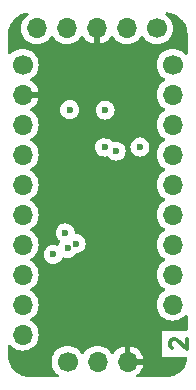
<source format=gbr>
%TF.GenerationSoftware,KiCad,Pcbnew,8.0.5*%
%TF.CreationDate,2025-01-09T20:32:44-08:00*%
%TF.ProjectId,PIC32Flex,50494333-3246-46c6-9578-2e6b69636164,rev?*%
%TF.SameCoordinates,Original*%
%TF.FileFunction,Copper,L2,Inr*%
%TF.FilePolarity,Positive*%
%FSLAX46Y46*%
G04 Gerber Fmt 4.6, Leading zero omitted, Abs format (unit mm)*
G04 Created by KiCad (PCBNEW 8.0.5) date 2025-01-09 20:32:44*
%MOMM*%
%LPD*%
G01*
G04 APERTURE LIST*
%ADD10C,0.300000*%
%TA.AperFunction,NonConductor*%
%ADD11C,0.300000*%
%TD*%
%TA.AperFunction,ComponentPad*%
%ADD12C,1.700000*%
%TD*%
%TA.AperFunction,ComponentPad*%
%ADD13O,1.700000X1.700000*%
%TD*%
%TA.AperFunction,ViaPad*%
%ADD14C,0.600000*%
%TD*%
G04 APERTURE END LIST*
D10*
D11*
X112646400Y-99035965D02*
X112579733Y-98969298D01*
X112579733Y-98969298D02*
X112513066Y-98835965D01*
X112513066Y-98835965D02*
X112513066Y-98502632D01*
X112513066Y-98502632D02*
X112579733Y-98369298D01*
X112579733Y-98369298D02*
X112646400Y-98302632D01*
X112646400Y-98302632D02*
X112779733Y-98235965D01*
X112779733Y-98235965D02*
X112913066Y-98235965D01*
X112913066Y-98235965D02*
X113113066Y-98302632D01*
X113113066Y-98302632D02*
X113913066Y-99102632D01*
X113913066Y-99102632D02*
X113913066Y-98235965D01*
D12*
%TO.N,/TXD*%
%TO.C,J1*%
X103837600Y-100170800D03*
D13*
%TO.N,/RXD*%
X106377600Y-100170800D03*
%TO.N,GND*%
X108917600Y-100170800D03*
%TD*%
D12*
%TO.N,/AN1{slash}RA1*%
%TO.C,J3*%
X112740000Y-75020000D03*
D13*
%TO.N,/AN0{slash}RA0*%
X112740000Y-77560000D03*
%TO.N,/AN9{slash}RB15*%
X112740000Y-80100000D03*
%TO.N,/AN10{slash}RB14*%
X112740000Y-82640000D03*
%TO.N,/AN11{slash}RB13*%
X112740000Y-85180000D03*
%TO.N,/AN12{slash}RB12*%
X112740000Y-87720000D03*
%TO.N,/RB11*%
X112740000Y-90260000D03*
%TO.N,/RB10*%
X112740000Y-92800000D03*
%TO.N,/RB9*%
X112740000Y-95340000D03*
%TD*%
%TO.N,/PGClk*%
%TO.C,J2*%
X101250000Y-71950000D03*
%TO.N,/PGData*%
X103790000Y-71950000D03*
%TO.N,GND*%
X106330000Y-71950000D03*
%TO.N,+3.3V*%
X108870000Y-71950000D03*
D12*
%TO.N,/MCLR*%
X111410000Y-71950000D03*
%TD*%
%TO.N,+3.3V*%
%TO.C,J4*%
X100040000Y-75020000D03*
D13*
%TO.N,GND*%
X100040000Y-77560000D03*
%TO.N,/AN4{slash}RB2*%
X100040000Y-80100000D03*
%TO.N,/AN5{slash}RB3*%
X100040000Y-82640000D03*
%TO.N,/RA2*%
X100040000Y-85180000D03*
%TO.N,/RA3*%
X100040000Y-87720000D03*
%TO.N,/RB4*%
X100040000Y-90260000D03*
%TO.N,/RA4*%
X100040000Y-92800000D03*
%TO.N,/RB5*%
X100040000Y-95340000D03*
%TO.N,/RB8*%
X100040000Y-97880000D03*
%TD*%
D14*
%TO.N,+3.3V*%
X102637600Y-91100000D03*
X104020000Y-78840000D03*
X109970000Y-82000000D03*
X107020000Y-78870000D03*
%TO.N,GND*%
X107255735Y-81065735D03*
X104280000Y-81090000D03*
X103170000Y-75570000D03*
X106373203Y-86545485D03*
%TO.N,/TXD*%
X103837600Y-90580000D03*
%TO.N,/RXD*%
X104560000Y-90180000D03*
%TO.N,/RB5*%
X103650000Y-89270000D03*
%TO.N,/AN0{slash}RA0*%
X107950000Y-82350000D03*
%TO.N,/AN1{slash}RA1*%
X106980000Y-82010000D03*
%TD*%
%TA.AperFunction,Conductor*%
%TO.N,GND*%
G36*
X112426790Y-70615364D02*
G01*
X112442848Y-70617479D01*
X112628875Y-70654482D01*
X112657771Y-70660230D01*
X112673438Y-70664428D01*
X112784119Y-70701999D01*
X112880944Y-70734867D01*
X112895921Y-70741070D01*
X113026984Y-70805703D01*
X113092460Y-70837992D01*
X113106507Y-70846102D01*
X113138789Y-70867672D01*
X113288712Y-70967848D01*
X113301573Y-70977716D01*
X113373088Y-71040433D01*
X113466328Y-71122202D01*
X113477797Y-71133671D01*
X113569808Y-71238590D01*
X113609152Y-71283454D01*
X113622280Y-71298423D01*
X113632153Y-71311290D01*
X113653724Y-71343573D01*
X113753897Y-71493492D01*
X113762007Y-71507539D01*
X113858926Y-71704071D01*
X113865133Y-71719057D01*
X113935571Y-71926561D01*
X113939769Y-71942228D01*
X113982518Y-72157140D01*
X113984636Y-72173221D01*
X113999235Y-72395956D01*
X113999500Y-72404066D01*
X113999500Y-74071294D01*
X113979815Y-74138333D01*
X113927011Y-74184088D01*
X113857853Y-74194032D01*
X113794297Y-74165007D01*
X113780515Y-74151005D01*
X113778495Y-74148598D01*
X113611402Y-73981506D01*
X113611395Y-73981501D01*
X113417834Y-73845967D01*
X113417830Y-73845965D01*
X113417828Y-73845964D01*
X113203663Y-73746097D01*
X113203659Y-73746096D01*
X113203655Y-73746094D01*
X112975413Y-73684938D01*
X112975403Y-73684936D01*
X112740001Y-73664341D01*
X112739999Y-73664341D01*
X112504596Y-73684936D01*
X112504586Y-73684938D01*
X112276344Y-73746094D01*
X112276335Y-73746098D01*
X112062171Y-73845964D01*
X112062169Y-73845965D01*
X111868597Y-73981505D01*
X111701505Y-74148597D01*
X111565965Y-74342169D01*
X111565964Y-74342171D01*
X111466098Y-74556335D01*
X111466094Y-74556344D01*
X111404938Y-74784586D01*
X111404936Y-74784596D01*
X111384341Y-75019999D01*
X111384341Y-75020000D01*
X111404936Y-75255403D01*
X111404938Y-75255413D01*
X111466094Y-75483655D01*
X111466096Y-75483659D01*
X111466097Y-75483663D01*
X111480500Y-75514550D01*
X111565965Y-75697830D01*
X111565967Y-75697834D01*
X111671946Y-75849187D01*
X111698916Y-75887704D01*
X111701501Y-75891395D01*
X111701506Y-75891402D01*
X111868597Y-76058493D01*
X111868603Y-76058498D01*
X112054158Y-76188425D01*
X112097783Y-76243002D01*
X112104977Y-76312500D01*
X112073454Y-76374855D01*
X112054158Y-76391575D01*
X111868597Y-76521505D01*
X111701505Y-76688597D01*
X111565965Y-76882169D01*
X111565964Y-76882171D01*
X111466098Y-77096335D01*
X111466094Y-77096344D01*
X111404938Y-77324586D01*
X111404936Y-77324596D01*
X111384341Y-77559999D01*
X111384341Y-77560000D01*
X111404936Y-77795403D01*
X111404938Y-77795413D01*
X111466094Y-78023655D01*
X111466096Y-78023659D01*
X111466097Y-78023663D01*
X111522310Y-78144211D01*
X111565965Y-78237830D01*
X111565967Y-78237834D01*
X111635921Y-78337738D01*
X111698916Y-78427704D01*
X111701501Y-78431395D01*
X111701506Y-78431402D01*
X111868597Y-78598493D01*
X111868603Y-78598498D01*
X112054158Y-78728425D01*
X112097783Y-78783002D01*
X112104977Y-78852500D01*
X112073454Y-78914855D01*
X112054158Y-78931575D01*
X111868597Y-79061505D01*
X111701505Y-79228597D01*
X111565965Y-79422169D01*
X111565964Y-79422171D01*
X111466098Y-79636335D01*
X111466094Y-79636344D01*
X111404938Y-79864586D01*
X111404936Y-79864596D01*
X111384341Y-80099999D01*
X111384341Y-80100000D01*
X111404936Y-80335403D01*
X111404938Y-80335413D01*
X111466094Y-80563655D01*
X111466096Y-80563659D01*
X111466097Y-80563663D01*
X111480500Y-80594550D01*
X111565965Y-80777830D01*
X111565967Y-80777834D01*
X111671946Y-80929187D01*
X111698916Y-80967704D01*
X111701501Y-80971395D01*
X111701506Y-80971402D01*
X111868597Y-81138493D01*
X111868603Y-81138498D01*
X112054158Y-81268425D01*
X112097783Y-81323002D01*
X112104977Y-81392500D01*
X112073454Y-81454855D01*
X112054158Y-81471575D01*
X111868597Y-81601505D01*
X111701505Y-81768597D01*
X111565965Y-81962169D01*
X111565964Y-81962171D01*
X111466098Y-82176335D01*
X111466094Y-82176344D01*
X111404938Y-82404586D01*
X111404936Y-82404596D01*
X111384341Y-82639999D01*
X111384341Y-82640000D01*
X111404936Y-82875403D01*
X111404938Y-82875413D01*
X111466094Y-83103655D01*
X111466096Y-83103659D01*
X111466097Y-83103663D01*
X111514714Y-83207922D01*
X111565965Y-83317830D01*
X111565967Y-83317834D01*
X111671946Y-83469187D01*
X111698916Y-83507704D01*
X111701501Y-83511395D01*
X111701506Y-83511402D01*
X111868597Y-83678493D01*
X111868603Y-83678498D01*
X112054158Y-83808425D01*
X112097783Y-83863002D01*
X112104977Y-83932500D01*
X112073454Y-83994855D01*
X112054158Y-84011575D01*
X111868597Y-84141505D01*
X111701505Y-84308597D01*
X111565965Y-84502169D01*
X111565964Y-84502171D01*
X111466098Y-84716335D01*
X111466094Y-84716344D01*
X111404938Y-84944586D01*
X111404936Y-84944596D01*
X111384341Y-85179999D01*
X111384341Y-85180000D01*
X111404936Y-85415403D01*
X111404938Y-85415413D01*
X111466094Y-85643655D01*
X111466096Y-85643659D01*
X111466097Y-85643663D01*
X111480500Y-85674550D01*
X111565965Y-85857830D01*
X111565967Y-85857834D01*
X111671946Y-86009187D01*
X111698916Y-86047704D01*
X111701501Y-86051395D01*
X111701506Y-86051402D01*
X111868597Y-86218493D01*
X111868603Y-86218498D01*
X112054158Y-86348425D01*
X112097783Y-86403002D01*
X112104977Y-86472500D01*
X112073454Y-86534855D01*
X112054158Y-86551575D01*
X111868597Y-86681505D01*
X111701505Y-86848597D01*
X111565965Y-87042169D01*
X111565964Y-87042171D01*
X111466098Y-87256335D01*
X111466094Y-87256344D01*
X111404938Y-87484586D01*
X111404936Y-87484596D01*
X111384341Y-87719999D01*
X111384341Y-87720000D01*
X111404936Y-87955403D01*
X111404938Y-87955413D01*
X111466094Y-88183655D01*
X111466096Y-88183659D01*
X111466097Y-88183663D01*
X111480500Y-88214550D01*
X111565965Y-88397830D01*
X111565967Y-88397834D01*
X111626744Y-88484632D01*
X111698916Y-88587704D01*
X111701501Y-88591395D01*
X111701506Y-88591402D01*
X111868597Y-88758493D01*
X111868603Y-88758498D01*
X112054158Y-88888425D01*
X112097783Y-88943002D01*
X112104977Y-89012500D01*
X112073454Y-89074855D01*
X112054158Y-89091575D01*
X111868597Y-89221505D01*
X111701505Y-89388597D01*
X111565965Y-89582169D01*
X111565964Y-89582171D01*
X111466098Y-89796335D01*
X111466094Y-89796344D01*
X111404938Y-90024586D01*
X111404936Y-90024596D01*
X111384341Y-90259999D01*
X111384341Y-90260000D01*
X111404936Y-90495403D01*
X111404938Y-90495413D01*
X111466094Y-90723655D01*
X111466096Y-90723659D01*
X111466097Y-90723663D01*
X111506271Y-90809816D01*
X111565965Y-90937830D01*
X111565967Y-90937834D01*
X111637497Y-91039988D01*
X111698916Y-91127704D01*
X111701501Y-91131395D01*
X111701506Y-91131402D01*
X111868597Y-91298493D01*
X111868603Y-91298498D01*
X112054158Y-91428425D01*
X112097783Y-91483002D01*
X112104977Y-91552500D01*
X112073454Y-91614855D01*
X112054158Y-91631575D01*
X111868597Y-91761505D01*
X111701505Y-91928597D01*
X111565965Y-92122169D01*
X111565964Y-92122171D01*
X111466098Y-92336335D01*
X111466094Y-92336344D01*
X111404938Y-92564586D01*
X111404936Y-92564596D01*
X111384341Y-92799999D01*
X111384341Y-92800000D01*
X111404936Y-93035403D01*
X111404938Y-93035413D01*
X111466094Y-93263655D01*
X111466096Y-93263659D01*
X111466097Y-93263663D01*
X111480500Y-93294550D01*
X111565965Y-93477830D01*
X111565967Y-93477834D01*
X111671946Y-93629187D01*
X111698916Y-93667704D01*
X111701501Y-93671395D01*
X111701506Y-93671402D01*
X111868597Y-93838493D01*
X111868603Y-93838498D01*
X112054158Y-93968425D01*
X112097783Y-94023002D01*
X112104977Y-94092500D01*
X112073454Y-94154855D01*
X112054158Y-94171575D01*
X111868597Y-94301505D01*
X111701505Y-94468597D01*
X111565965Y-94662169D01*
X111565964Y-94662171D01*
X111466098Y-94876335D01*
X111466094Y-94876344D01*
X111404938Y-95104586D01*
X111404936Y-95104596D01*
X111384341Y-95339999D01*
X111384341Y-95340000D01*
X111404936Y-95575403D01*
X111404938Y-95575413D01*
X111466094Y-95803655D01*
X111466096Y-95803659D01*
X111466097Y-95803663D01*
X111480500Y-95834550D01*
X111565965Y-96017830D01*
X111565967Y-96017834D01*
X111671946Y-96169187D01*
X111701505Y-96211401D01*
X111868599Y-96378495D01*
X111965384Y-96446265D01*
X112062165Y-96514032D01*
X112062167Y-96514033D01*
X112062170Y-96514035D01*
X112276337Y-96613903D01*
X112504592Y-96675063D01*
X112692918Y-96691539D01*
X112739999Y-96695659D01*
X112740000Y-96695659D01*
X112740001Y-96695659D01*
X112779234Y-96692226D01*
X112975408Y-96675063D01*
X113203663Y-96613903D01*
X113417830Y-96514035D01*
X113611401Y-96378495D01*
X113778495Y-96211401D01*
X113778501Y-96211391D01*
X113780510Y-96208999D01*
X113781666Y-96208229D01*
X113782323Y-96207573D01*
X113782454Y-96207704D01*
X113838681Y-96170296D01*
X113908542Y-96169187D01*
X113967912Y-96206024D01*
X113997942Y-96269111D01*
X113999500Y-96288704D01*
X113999500Y-97454740D01*
X113979815Y-97521779D01*
X113927011Y-97567534D01*
X113875500Y-97578740D01*
X111855841Y-97578740D01*
X111855841Y-99758132D01*
X113862366Y-99758132D01*
X113929405Y-99777817D01*
X113975160Y-99830621D01*
X113986101Y-99890241D01*
X113984638Y-99912566D01*
X113982520Y-99928648D01*
X113939772Y-100143557D01*
X113935575Y-100159223D01*
X113865137Y-100366733D01*
X113858929Y-100381719D01*
X113762007Y-100578259D01*
X113753897Y-100592306D01*
X113632161Y-100774498D01*
X113622287Y-100787367D01*
X113477801Y-100952123D01*
X113466332Y-100963592D01*
X113301580Y-101108077D01*
X113288712Y-101117951D01*
X113106511Y-101239695D01*
X113092464Y-101247805D01*
X112895931Y-101344725D01*
X112880946Y-101350932D01*
X112673441Y-101421371D01*
X112657773Y-101425569D01*
X112442860Y-101468318D01*
X112426779Y-101470436D01*
X112204257Y-101485021D01*
X112196147Y-101485286D01*
X109787250Y-101485286D01*
X109720211Y-101465601D01*
X109674456Y-101412797D01*
X109664512Y-101343639D01*
X109693537Y-101280083D01*
X109716126Y-101259712D01*
X109788678Y-101208909D01*
X109955705Y-101041882D01*
X110091200Y-100848378D01*
X110191029Y-100634292D01*
X110191032Y-100634286D01*
X110248236Y-100420800D01*
X109350612Y-100420800D01*
X109383525Y-100363793D01*
X109417600Y-100236626D01*
X109417600Y-100104974D01*
X109383525Y-99977807D01*
X109350612Y-99920800D01*
X110248236Y-99920800D01*
X110248235Y-99920799D01*
X110191032Y-99707313D01*
X110191029Y-99707307D01*
X110091200Y-99493222D01*
X110091199Y-99493220D01*
X109955713Y-99299726D01*
X109955708Y-99299720D01*
X109788682Y-99132694D01*
X109595178Y-98997199D01*
X109381092Y-98897370D01*
X109381086Y-98897367D01*
X109167600Y-98840164D01*
X109167600Y-99737788D01*
X109110593Y-99704875D01*
X108983426Y-99670800D01*
X108851774Y-99670800D01*
X108724607Y-99704875D01*
X108667600Y-99737788D01*
X108667600Y-98840164D01*
X108667599Y-98840164D01*
X108454113Y-98897367D01*
X108454107Y-98897370D01*
X108240022Y-98997199D01*
X108240020Y-98997200D01*
X108046526Y-99132686D01*
X108046520Y-99132691D01*
X107879491Y-99299720D01*
X107879490Y-99299722D01*
X107749480Y-99485395D01*
X107694903Y-99529019D01*
X107625404Y-99536212D01*
X107563050Y-99504690D01*
X107546330Y-99485394D01*
X107416094Y-99299397D01*
X107249002Y-99132306D01*
X107248995Y-99132301D01*
X107055434Y-98996767D01*
X107055430Y-98996765D01*
X107055428Y-98996764D01*
X106841263Y-98896897D01*
X106841259Y-98896896D01*
X106841255Y-98896894D01*
X106613013Y-98835738D01*
X106613003Y-98835736D01*
X106377601Y-98815141D01*
X106377599Y-98815141D01*
X106142196Y-98835736D01*
X106142186Y-98835738D01*
X105913944Y-98896894D01*
X105913935Y-98896898D01*
X105699771Y-98996764D01*
X105699769Y-98996765D01*
X105506197Y-99132305D01*
X105339105Y-99299397D01*
X105209175Y-99484958D01*
X105154598Y-99528583D01*
X105085100Y-99535777D01*
X105022745Y-99504254D01*
X105006025Y-99484958D01*
X104876094Y-99299397D01*
X104709002Y-99132306D01*
X104708995Y-99132301D01*
X104515434Y-98996767D01*
X104515430Y-98996765D01*
X104515428Y-98996764D01*
X104301263Y-98896897D01*
X104301259Y-98896896D01*
X104301255Y-98896894D01*
X104073013Y-98835738D01*
X104073003Y-98835736D01*
X103837601Y-98815141D01*
X103837599Y-98815141D01*
X103602196Y-98835736D01*
X103602186Y-98835738D01*
X103373944Y-98896894D01*
X103373935Y-98896898D01*
X103159771Y-98996764D01*
X103159769Y-98996765D01*
X102966197Y-99132305D01*
X102799105Y-99299397D01*
X102663565Y-99492969D01*
X102663564Y-99492971D01*
X102563698Y-99707135D01*
X102563694Y-99707144D01*
X102502538Y-99935386D01*
X102502536Y-99935396D01*
X102481941Y-100170799D01*
X102481941Y-100170800D01*
X102502536Y-100406203D01*
X102502538Y-100406213D01*
X102563694Y-100634455D01*
X102563696Y-100634459D01*
X102563697Y-100634463D01*
X102643604Y-100805823D01*
X102663565Y-100848630D01*
X102663567Y-100848634D01*
X102744059Y-100963587D01*
X102799101Y-101042196D01*
X102799106Y-101042202D01*
X102966197Y-101209293D01*
X102966203Y-101209298D01*
X103038200Y-101259711D01*
X103081825Y-101314288D01*
X103089019Y-101383786D01*
X103057496Y-101446141D01*
X102997266Y-101481555D01*
X102967077Y-101485286D01*
X100618278Y-101485286D01*
X100610169Y-101485021D01*
X100387433Y-101470424D01*
X100371352Y-101468306D01*
X100343705Y-101462806D01*
X100156444Y-101425558D01*
X100140778Y-101421361D01*
X99933265Y-101350922D01*
X99918278Y-101344714D01*
X99721746Y-101247795D01*
X99707700Y-101239685D01*
X99525505Y-101117947D01*
X99512636Y-101108073D01*
X99347881Y-100963587D01*
X99336412Y-100952118D01*
X99191926Y-100787363D01*
X99182052Y-100774494D01*
X99060314Y-100592299D01*
X99052204Y-100578253D01*
X99044466Y-100562563D01*
X98955282Y-100381714D01*
X98949077Y-100366734D01*
X98942823Y-100348311D01*
X98882568Y-100170799D01*
X98878638Y-100159221D01*
X98874441Y-100143555D01*
X98866767Y-100104974D01*
X98831691Y-99928634D01*
X98829576Y-99912577D01*
X98814979Y-99689829D01*
X98814714Y-99681721D01*
X98814714Y-98863972D01*
X98834399Y-98796933D01*
X98887203Y-98751178D01*
X98956361Y-98741234D01*
X99019917Y-98770259D01*
X99026395Y-98776291D01*
X99168599Y-98918495D01*
X99265384Y-98986265D01*
X99362165Y-99054032D01*
X99362167Y-99054033D01*
X99362170Y-99054035D01*
X99576337Y-99153903D01*
X99804592Y-99215063D01*
X99992918Y-99231539D01*
X100039999Y-99235659D01*
X100040000Y-99235659D01*
X100040001Y-99235659D01*
X100079234Y-99232226D01*
X100275408Y-99215063D01*
X100503663Y-99153903D01*
X100717830Y-99054035D01*
X100911401Y-98918495D01*
X101078495Y-98751401D01*
X101214035Y-98557830D01*
X101313903Y-98343663D01*
X101375063Y-98115408D01*
X101395659Y-97880000D01*
X101375063Y-97644592D01*
X101313903Y-97416337D01*
X101214035Y-97202171D01*
X101078495Y-97008599D01*
X101078494Y-97008597D01*
X100911402Y-96841506D01*
X100911396Y-96841501D01*
X100725842Y-96711575D01*
X100682217Y-96656998D01*
X100675023Y-96587500D01*
X100706546Y-96525145D01*
X100725842Y-96508425D01*
X100748026Y-96492891D01*
X100911401Y-96378495D01*
X101078495Y-96211401D01*
X101214035Y-96017830D01*
X101313903Y-95803663D01*
X101375063Y-95575408D01*
X101395659Y-95340000D01*
X101375063Y-95104592D01*
X101313903Y-94876337D01*
X101214035Y-94662171D01*
X101110308Y-94514032D01*
X101078494Y-94468597D01*
X100911402Y-94301506D01*
X100911396Y-94301501D01*
X100725842Y-94171575D01*
X100682217Y-94116998D01*
X100675023Y-94047500D01*
X100706546Y-93985145D01*
X100725842Y-93968425D01*
X100748026Y-93952891D01*
X100911401Y-93838495D01*
X101078495Y-93671401D01*
X101214035Y-93477830D01*
X101313903Y-93263663D01*
X101375063Y-93035408D01*
X101395659Y-92800000D01*
X101375063Y-92564592D01*
X101313903Y-92336337D01*
X101214035Y-92122171D01*
X101110308Y-91974032D01*
X101078494Y-91928597D01*
X100911402Y-91761506D01*
X100911396Y-91761501D01*
X100725842Y-91631575D01*
X100682217Y-91576998D01*
X100675023Y-91507500D01*
X100706546Y-91445145D01*
X100725842Y-91428425D01*
X100815895Y-91365369D01*
X100911401Y-91298495D01*
X101078495Y-91131401D01*
X101100485Y-91099996D01*
X101832035Y-91099996D01*
X101832035Y-91100003D01*
X101852230Y-91279249D01*
X101852231Y-91279254D01*
X101911811Y-91449523D01*
X102007784Y-91602262D01*
X102135338Y-91729816D01*
X102288078Y-91825789D01*
X102458345Y-91885368D01*
X102458350Y-91885369D01*
X102637596Y-91905565D01*
X102637600Y-91905565D01*
X102637604Y-91905565D01*
X102816849Y-91885369D01*
X102816852Y-91885368D01*
X102816855Y-91885368D01*
X102987122Y-91825789D01*
X103139862Y-91729816D01*
X103267416Y-91602262D01*
X103363389Y-91449522D01*
X103380843Y-91399640D01*
X103421563Y-91342864D01*
X103486516Y-91317115D01*
X103538840Y-91323552D01*
X103658337Y-91365366D01*
X103658343Y-91365367D01*
X103658345Y-91365368D01*
X103658346Y-91365368D01*
X103658350Y-91365369D01*
X103837596Y-91385565D01*
X103837600Y-91385565D01*
X103837604Y-91385565D01*
X104016849Y-91365369D01*
X104016852Y-91365368D01*
X104016855Y-91365368D01*
X104187122Y-91305789D01*
X104339862Y-91209816D01*
X104467416Y-91082262D01*
X104493979Y-91039985D01*
X104546310Y-90993696D01*
X104585087Y-90982738D01*
X104639136Y-90976648D01*
X104739249Y-90965369D01*
X104739252Y-90965368D01*
X104739255Y-90965368D01*
X104909522Y-90905789D01*
X105062262Y-90809816D01*
X105189816Y-90682262D01*
X105285789Y-90529522D01*
X105345368Y-90359255D01*
X105345369Y-90359249D01*
X105365565Y-90180003D01*
X105365565Y-90179996D01*
X105345369Y-90000750D01*
X105345368Y-90000745D01*
X105342183Y-89991642D01*
X105285789Y-89830478D01*
X105189816Y-89677738D01*
X105062262Y-89550184D01*
X104909523Y-89454211D01*
X104739254Y-89394631D01*
X104739250Y-89394630D01*
X104564404Y-89374930D01*
X104499990Y-89347863D01*
X104460435Y-89290268D01*
X104455068Y-89265593D01*
X104450100Y-89221501D01*
X104435369Y-89090750D01*
X104435369Y-89090749D01*
X104435368Y-89090745D01*
X104400116Y-88990000D01*
X104375789Y-88920478D01*
X104279816Y-88767738D01*
X104152262Y-88640184D01*
X104074626Y-88591402D01*
X103999523Y-88544211D01*
X103829254Y-88484631D01*
X103829249Y-88484630D01*
X103650004Y-88464435D01*
X103649996Y-88464435D01*
X103470750Y-88484630D01*
X103470745Y-88484631D01*
X103300476Y-88544211D01*
X103147737Y-88640184D01*
X103020184Y-88767737D01*
X102924211Y-88920476D01*
X102864631Y-89090745D01*
X102864630Y-89090750D01*
X102844435Y-89269996D01*
X102844435Y-89270003D01*
X102864630Y-89449249D01*
X102864631Y-89449254D01*
X102924211Y-89619523D01*
X103020184Y-89772262D01*
X103147737Y-89899815D01*
X103147740Y-89899817D01*
X103165943Y-89911255D01*
X103212235Y-89963589D01*
X103222884Y-90032642D01*
X103204966Y-90082221D01*
X103111809Y-90230480D01*
X103094355Y-90280361D01*
X103053634Y-90337137D01*
X102988681Y-90362884D01*
X102936360Y-90356448D01*
X102816857Y-90314632D01*
X102816849Y-90314630D01*
X102637604Y-90294435D01*
X102637596Y-90294435D01*
X102458350Y-90314630D01*
X102458345Y-90314631D01*
X102288076Y-90374211D01*
X102135337Y-90470184D01*
X102007784Y-90597737D01*
X101911811Y-90750476D01*
X101852231Y-90920745D01*
X101852230Y-90920750D01*
X101832035Y-91099996D01*
X101100485Y-91099996D01*
X101214035Y-90937830D01*
X101313903Y-90723663D01*
X101375063Y-90495408D01*
X101395659Y-90260000D01*
X101375063Y-90024592D01*
X101313903Y-89796337D01*
X101214035Y-89582171D01*
X101120963Y-89449249D01*
X101078494Y-89388597D01*
X100911402Y-89221506D01*
X100911396Y-89221501D01*
X100725842Y-89091575D01*
X100682217Y-89036998D01*
X100675023Y-88967500D01*
X100706546Y-88905145D01*
X100725842Y-88888425D01*
X100748026Y-88872891D01*
X100911401Y-88758495D01*
X101078495Y-88591401D01*
X101214035Y-88397830D01*
X101313903Y-88183663D01*
X101375063Y-87955408D01*
X101395659Y-87720000D01*
X101375063Y-87484592D01*
X101313903Y-87256337D01*
X101214035Y-87042171D01*
X101110308Y-86894032D01*
X101078494Y-86848597D01*
X100911402Y-86681506D01*
X100911396Y-86681501D01*
X100725842Y-86551575D01*
X100682217Y-86496998D01*
X100675023Y-86427500D01*
X100706546Y-86365145D01*
X100725842Y-86348425D01*
X100748026Y-86332891D01*
X100911401Y-86218495D01*
X101078495Y-86051401D01*
X101214035Y-85857830D01*
X101313903Y-85643663D01*
X101375063Y-85415408D01*
X101395659Y-85180000D01*
X101375063Y-84944592D01*
X101313903Y-84716337D01*
X101214035Y-84502171D01*
X101110308Y-84354032D01*
X101078494Y-84308597D01*
X100911402Y-84141506D01*
X100911396Y-84141501D01*
X100725842Y-84011575D01*
X100682217Y-83956998D01*
X100675023Y-83887500D01*
X100706546Y-83825145D01*
X100725842Y-83808425D01*
X100748026Y-83792891D01*
X100911401Y-83678495D01*
X101078495Y-83511401D01*
X101214035Y-83317830D01*
X101313903Y-83103663D01*
X101375063Y-82875408D01*
X101395659Y-82640000D01*
X101375063Y-82404592D01*
X101313903Y-82176337D01*
X101236336Y-82009996D01*
X106174435Y-82009996D01*
X106174435Y-82010003D01*
X106194630Y-82189249D01*
X106194631Y-82189254D01*
X106254211Y-82359523D01*
X106343901Y-82502262D01*
X106350184Y-82512262D01*
X106477738Y-82639816D01*
X106478031Y-82640000D01*
X106614561Y-82725788D01*
X106630478Y-82735789D01*
X106800745Y-82795368D01*
X106800750Y-82795369D01*
X106979996Y-82815565D01*
X106980000Y-82815565D01*
X106980004Y-82815565D01*
X107159247Y-82795369D01*
X107159247Y-82795368D01*
X107159255Y-82795368D01*
X107168532Y-82792121D01*
X107238305Y-82788556D01*
X107298935Y-82823281D01*
X107314482Y-82843187D01*
X107320184Y-82852262D01*
X107447738Y-82979816D01*
X107600478Y-83075789D01*
X107768407Y-83134550D01*
X107770745Y-83135368D01*
X107770750Y-83135369D01*
X107949996Y-83155565D01*
X107950000Y-83155565D01*
X107950004Y-83155565D01*
X108129249Y-83135369D01*
X108129252Y-83135368D01*
X108129255Y-83135368D01*
X108299522Y-83075789D01*
X108452262Y-82979816D01*
X108579816Y-82852262D01*
X108675789Y-82699522D01*
X108735368Y-82529255D01*
X108737283Y-82512262D01*
X108755565Y-82350003D01*
X108755565Y-82349996D01*
X108735369Y-82170750D01*
X108735368Y-82170745D01*
X108675788Y-82000476D01*
X108675486Y-81999996D01*
X109164435Y-81999996D01*
X109164435Y-82000003D01*
X109184630Y-82179249D01*
X109184631Y-82179254D01*
X109244211Y-82349523D01*
X109278816Y-82404596D01*
X109340184Y-82502262D01*
X109467738Y-82629816D01*
X109620478Y-82725789D01*
X109790745Y-82785368D01*
X109790750Y-82785369D01*
X109969996Y-82805565D01*
X109970000Y-82805565D01*
X109970004Y-82805565D01*
X110149249Y-82785369D01*
X110149252Y-82785368D01*
X110149255Y-82785368D01*
X110319522Y-82725789D01*
X110472262Y-82629816D01*
X110599816Y-82502262D01*
X110695789Y-82349522D01*
X110755368Y-82179255D01*
X110755697Y-82176335D01*
X110775565Y-82000003D01*
X110775565Y-81999996D01*
X110755369Y-81820750D01*
X110755368Y-81820745D01*
X110740128Y-81777193D01*
X110695789Y-81650478D01*
X110599816Y-81497738D01*
X110472262Y-81370184D01*
X110436161Y-81347500D01*
X110319523Y-81274211D01*
X110149254Y-81214631D01*
X110149249Y-81214630D01*
X109970004Y-81194435D01*
X109969996Y-81194435D01*
X109790750Y-81214630D01*
X109790745Y-81214631D01*
X109620476Y-81274211D01*
X109467737Y-81370184D01*
X109340184Y-81497737D01*
X109244211Y-81650476D01*
X109184631Y-81820745D01*
X109184630Y-81820750D01*
X109164435Y-81999996D01*
X108675486Y-81999996D01*
X108579815Y-81847737D01*
X108452262Y-81720184D01*
X108299523Y-81624211D01*
X108129254Y-81564631D01*
X108129249Y-81564630D01*
X107950004Y-81544435D01*
X107949996Y-81544435D01*
X107770747Y-81564631D01*
X107761458Y-81567881D01*
X107691679Y-81571439D01*
X107631053Y-81536707D01*
X107615514Y-81516807D01*
X107609816Y-81507738D01*
X107482262Y-81380184D01*
X107430246Y-81347500D01*
X107329523Y-81284211D01*
X107159254Y-81224631D01*
X107159249Y-81224630D01*
X106980004Y-81204435D01*
X106979996Y-81204435D01*
X106800750Y-81224630D01*
X106800745Y-81224631D01*
X106630476Y-81284211D01*
X106477737Y-81380184D01*
X106350184Y-81507737D01*
X106254211Y-81660476D01*
X106194631Y-81830745D01*
X106194630Y-81830750D01*
X106174435Y-82009996D01*
X101236336Y-82009996D01*
X101214035Y-81962171D01*
X101133909Y-81847738D01*
X101078494Y-81768597D01*
X100911402Y-81601506D01*
X100911396Y-81601501D01*
X100725842Y-81471575D01*
X100682217Y-81416998D01*
X100675023Y-81347500D01*
X100706546Y-81285145D01*
X100725842Y-81268425D01*
X100788386Y-81224631D01*
X100911401Y-81138495D01*
X101078495Y-80971401D01*
X101214035Y-80777830D01*
X101313903Y-80563663D01*
X101375063Y-80335408D01*
X101395659Y-80100000D01*
X101375063Y-79864592D01*
X101313903Y-79636337D01*
X101214035Y-79422171D01*
X101179089Y-79372262D01*
X101078494Y-79228597D01*
X100911402Y-79061506D01*
X100911401Y-79061505D01*
X100725405Y-78931269D01*
X100681781Y-78876692D01*
X100677983Y-78839996D01*
X103214435Y-78839996D01*
X103214435Y-78840003D01*
X103234630Y-79019249D01*
X103234631Y-79019254D01*
X103294211Y-79189523D01*
X103341064Y-79264088D01*
X103390184Y-79342262D01*
X103517738Y-79469816D01*
X103670478Y-79565789D01*
X103783820Y-79605449D01*
X103840745Y-79625368D01*
X103840750Y-79625369D01*
X104019996Y-79645565D01*
X104020000Y-79645565D01*
X104020004Y-79645565D01*
X104199249Y-79625369D01*
X104199252Y-79625368D01*
X104199255Y-79625368D01*
X104369522Y-79565789D01*
X104522262Y-79469816D01*
X104649816Y-79342262D01*
X104745789Y-79189522D01*
X104805368Y-79019255D01*
X104817131Y-78914855D01*
X104822186Y-78869996D01*
X106214435Y-78869996D01*
X106214435Y-78870003D01*
X106234630Y-79049249D01*
X106234631Y-79049254D01*
X106294211Y-79219523D01*
X106328462Y-79274032D01*
X106390184Y-79372262D01*
X106517738Y-79499816D01*
X106670478Y-79595789D01*
X106698085Y-79605449D01*
X106840745Y-79655368D01*
X106840750Y-79655369D01*
X107019996Y-79675565D01*
X107020000Y-79675565D01*
X107020004Y-79675565D01*
X107199249Y-79655369D01*
X107199252Y-79655368D01*
X107199255Y-79655368D01*
X107369522Y-79595789D01*
X107522262Y-79499816D01*
X107649816Y-79372262D01*
X107745789Y-79219522D01*
X107805368Y-79049255D01*
X107808748Y-79019255D01*
X107825565Y-78870003D01*
X107825565Y-78869996D01*
X107805369Y-78690750D01*
X107805368Y-78690745D01*
X107794872Y-78660750D01*
X107745789Y-78520478D01*
X107726937Y-78490476D01*
X107687413Y-78427573D01*
X107649816Y-78367738D01*
X107522262Y-78240184D01*
X107518115Y-78237578D01*
X107369523Y-78144211D01*
X107199254Y-78084631D01*
X107199249Y-78084630D01*
X107020004Y-78064435D01*
X107019996Y-78064435D01*
X106840750Y-78084630D01*
X106840745Y-78084631D01*
X106670476Y-78144211D01*
X106517737Y-78240184D01*
X106390184Y-78367737D01*
X106294211Y-78520476D01*
X106234631Y-78690745D01*
X106234630Y-78690750D01*
X106214435Y-78869996D01*
X104822186Y-78869996D01*
X104825565Y-78840003D01*
X104825565Y-78839996D01*
X104805369Y-78660750D01*
X104805368Y-78660745D01*
X104783449Y-78598105D01*
X104745789Y-78490478D01*
X104649816Y-78337738D01*
X104522262Y-78210184D01*
X104417267Y-78144211D01*
X104369523Y-78114211D01*
X104199254Y-78054631D01*
X104199249Y-78054630D01*
X104020004Y-78034435D01*
X104019996Y-78034435D01*
X103840750Y-78054630D01*
X103840745Y-78054631D01*
X103670476Y-78114211D01*
X103517737Y-78210184D01*
X103390184Y-78337737D01*
X103294211Y-78490476D01*
X103234631Y-78660745D01*
X103234630Y-78660750D01*
X103214435Y-78839996D01*
X100677983Y-78839996D01*
X100674588Y-78807193D01*
X100706110Y-78744839D01*
X100725405Y-78728119D01*
X100911082Y-78598105D01*
X101078105Y-78431082D01*
X101213600Y-78237578D01*
X101313429Y-78023492D01*
X101313432Y-78023486D01*
X101370636Y-77810000D01*
X100473012Y-77810000D01*
X100505925Y-77752993D01*
X100540000Y-77625826D01*
X100540000Y-77494174D01*
X100505925Y-77367007D01*
X100473012Y-77310000D01*
X101370636Y-77310000D01*
X101370635Y-77309999D01*
X101313432Y-77096513D01*
X101313429Y-77096507D01*
X101213600Y-76882422D01*
X101213599Y-76882420D01*
X101078113Y-76688926D01*
X101078108Y-76688920D01*
X100911078Y-76521890D01*
X100725405Y-76391879D01*
X100681780Y-76337302D01*
X100674588Y-76267804D01*
X100706110Y-76205449D01*
X100725406Y-76188730D01*
X100725842Y-76188425D01*
X100911401Y-76058495D01*
X101078495Y-75891401D01*
X101214035Y-75697830D01*
X101313903Y-75483663D01*
X101375063Y-75255408D01*
X101395659Y-75020000D01*
X101375063Y-74784592D01*
X101313903Y-74556337D01*
X101214035Y-74342171D01*
X101110308Y-74194032D01*
X101078494Y-74148597D01*
X100911402Y-73981506D01*
X100911395Y-73981501D01*
X100717834Y-73845967D01*
X100717830Y-73845965D01*
X100717828Y-73845964D01*
X100503663Y-73746097D01*
X100503659Y-73746096D01*
X100503655Y-73746094D01*
X100275413Y-73684938D01*
X100275403Y-73684936D01*
X100040001Y-73664341D01*
X100039999Y-73664341D01*
X99804596Y-73684936D01*
X99804586Y-73684938D01*
X99576344Y-73746094D01*
X99576335Y-73746098D01*
X99362171Y-73845964D01*
X99362169Y-73845965D01*
X99168597Y-73981505D01*
X99026395Y-74123708D01*
X98965072Y-74157193D01*
X98895380Y-74152209D01*
X98839447Y-74110337D01*
X98815030Y-74044873D01*
X98814714Y-74036027D01*
X98814714Y-72404066D01*
X98814979Y-72395956D01*
X98817328Y-72360118D01*
X98829578Y-72173210D01*
X98831693Y-72157155D01*
X98874447Y-71942217D01*
X98878643Y-71926561D01*
X98949083Y-71719052D01*
X98955281Y-71704087D01*
X99052210Y-71507536D01*
X99060313Y-71493501D01*
X99182067Y-71311283D01*
X99191918Y-71298445D01*
X99336429Y-71133663D01*
X99347880Y-71122213D01*
X99512645Y-70977719D01*
X99525504Y-70967853D01*
X99707705Y-70846111D01*
X99721740Y-70838006D01*
X99918297Y-70741076D01*
X99933257Y-70734880D01*
X100140782Y-70664436D01*
X100156432Y-70660242D01*
X100371365Y-70617491D01*
X100387439Y-70615376D01*
X100401853Y-70614431D01*
X100470036Y-70629687D01*
X100519148Y-70679385D01*
X100533594Y-70747745D01*
X100508790Y-70813063D01*
X100481089Y-70839739D01*
X100378598Y-70911504D01*
X100211505Y-71078597D01*
X100075965Y-71272169D01*
X100075964Y-71272171D01*
X99976098Y-71486335D01*
X99976094Y-71486344D01*
X99914938Y-71714586D01*
X99914936Y-71714596D01*
X99894341Y-71949999D01*
X99894341Y-71950000D01*
X99914936Y-72185403D01*
X99914938Y-72185413D01*
X99976094Y-72413655D01*
X99976096Y-72413659D01*
X99976097Y-72413663D01*
X100055801Y-72584588D01*
X100075965Y-72627830D01*
X100075967Y-72627834D01*
X100184281Y-72782521D01*
X100211505Y-72821401D01*
X100378599Y-72988495D01*
X100475384Y-73056265D01*
X100572165Y-73124032D01*
X100572167Y-73124033D01*
X100572170Y-73124035D01*
X100786337Y-73223903D01*
X101014592Y-73285063D01*
X101202918Y-73301539D01*
X101249999Y-73305659D01*
X101250000Y-73305659D01*
X101250001Y-73305659D01*
X101289234Y-73302226D01*
X101485408Y-73285063D01*
X101713663Y-73223903D01*
X101927830Y-73124035D01*
X102121401Y-72988495D01*
X102288495Y-72821401D01*
X102418425Y-72635842D01*
X102473002Y-72592217D01*
X102542500Y-72585023D01*
X102604855Y-72616546D01*
X102621575Y-72635842D01*
X102751500Y-72821395D01*
X102751505Y-72821401D01*
X102918599Y-72988495D01*
X103015384Y-73056265D01*
X103112165Y-73124032D01*
X103112167Y-73124033D01*
X103112170Y-73124035D01*
X103326337Y-73223903D01*
X103554592Y-73285063D01*
X103742918Y-73301539D01*
X103789999Y-73305659D01*
X103790000Y-73305659D01*
X103790001Y-73305659D01*
X103829234Y-73302226D01*
X104025408Y-73285063D01*
X104253663Y-73223903D01*
X104467830Y-73124035D01*
X104661401Y-72988495D01*
X104828495Y-72821401D01*
X104958730Y-72635405D01*
X105013307Y-72591781D01*
X105082805Y-72584587D01*
X105145160Y-72616110D01*
X105161879Y-72635405D01*
X105291890Y-72821078D01*
X105458917Y-72988105D01*
X105652421Y-73123600D01*
X105866507Y-73223429D01*
X105866516Y-73223433D01*
X106080000Y-73280634D01*
X106080000Y-72383012D01*
X106137007Y-72415925D01*
X106264174Y-72450000D01*
X106395826Y-72450000D01*
X106522993Y-72415925D01*
X106580000Y-72383012D01*
X106580000Y-73280633D01*
X106793483Y-73223433D01*
X106793492Y-73223429D01*
X107007578Y-73123600D01*
X107201082Y-72988105D01*
X107368105Y-72821082D01*
X107498119Y-72635405D01*
X107552696Y-72591781D01*
X107622195Y-72584588D01*
X107684549Y-72616110D01*
X107701269Y-72635405D01*
X107831505Y-72821401D01*
X107998599Y-72988495D01*
X108095384Y-73056265D01*
X108192165Y-73124032D01*
X108192167Y-73124033D01*
X108192170Y-73124035D01*
X108406337Y-73223903D01*
X108634592Y-73285063D01*
X108822918Y-73301539D01*
X108869999Y-73305659D01*
X108870000Y-73305659D01*
X108870001Y-73305659D01*
X108909234Y-73302226D01*
X109105408Y-73285063D01*
X109333663Y-73223903D01*
X109547830Y-73124035D01*
X109741401Y-72988495D01*
X109908495Y-72821401D01*
X110038425Y-72635842D01*
X110093002Y-72592217D01*
X110162500Y-72585023D01*
X110224855Y-72616546D01*
X110241575Y-72635842D01*
X110371500Y-72821395D01*
X110371505Y-72821401D01*
X110538599Y-72988495D01*
X110635384Y-73056265D01*
X110732165Y-73124032D01*
X110732167Y-73124033D01*
X110732170Y-73124035D01*
X110946337Y-73223903D01*
X111174592Y-73285063D01*
X111362918Y-73301539D01*
X111409999Y-73305659D01*
X111410000Y-73305659D01*
X111410001Y-73305659D01*
X111449234Y-73302226D01*
X111645408Y-73285063D01*
X111873663Y-73223903D01*
X112087830Y-73124035D01*
X112281401Y-72988495D01*
X112448495Y-72821401D01*
X112584035Y-72627830D01*
X112683903Y-72413663D01*
X112745063Y-72185408D01*
X112765659Y-71950000D01*
X112764281Y-71934255D01*
X112747649Y-71744148D01*
X112745063Y-71714592D01*
X112686288Y-71495238D01*
X112683905Y-71486344D01*
X112683904Y-71486343D01*
X112683903Y-71486337D01*
X112584035Y-71272171D01*
X112578731Y-71264595D01*
X112448494Y-71078597D01*
X112281402Y-70911506D01*
X112281401Y-70911505D01*
X112162965Y-70828575D01*
X112119340Y-70773998D01*
X112112148Y-70704499D01*
X112143670Y-70642145D01*
X112203900Y-70606731D01*
X112242193Y-70603265D01*
X112426790Y-70615364D01*
G37*
%TD.AperFunction*%
%TD*%
M02*

</source>
